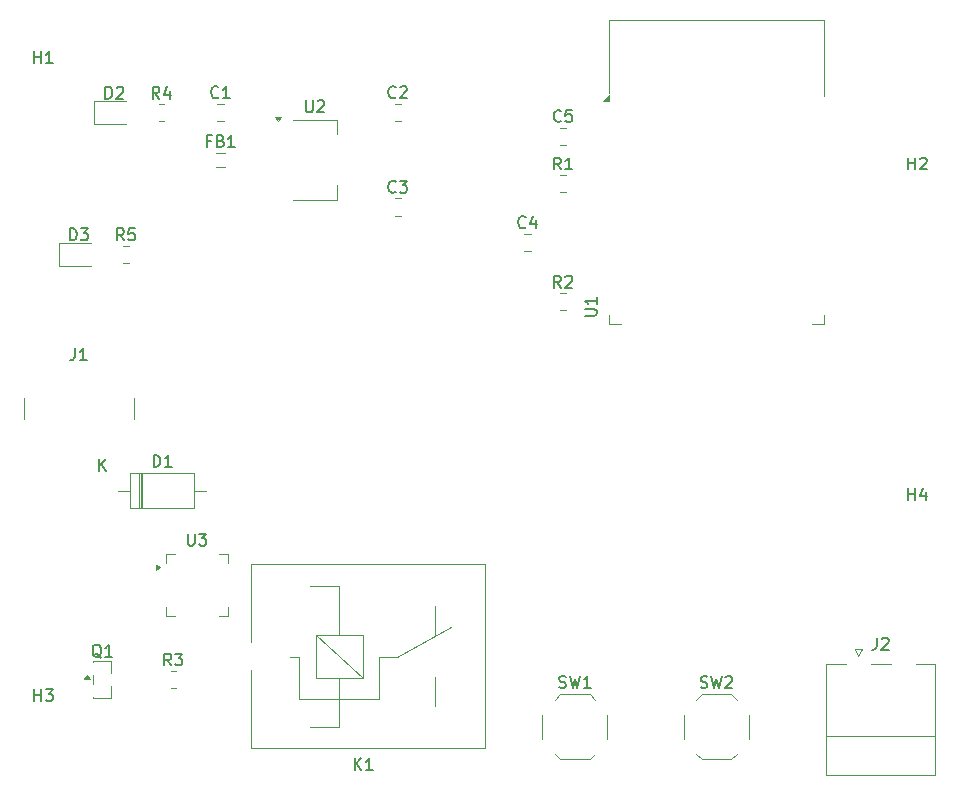
<source format=gto>
%TF.GenerationSoftware,KiCad,Pcbnew,9.0.7*%
%TF.CreationDate,2026-02-12T17:34:39-06:00*%
%TF.ProjectId,ESP32_Simple_IoT,45535033-325f-4536-996d-706c655f496f,rev?*%
%TF.SameCoordinates,Original*%
%TF.FileFunction,Legend,Top*%
%TF.FilePolarity,Positive*%
%FSLAX46Y46*%
G04 Gerber Fmt 4.6, Leading zero omitted, Abs format (unit mm)*
G04 Created by KiCad (PCBNEW 9.0.7) date 2026-02-12 17:34:39*
%MOMM*%
%LPD*%
G01*
G04 APERTURE LIST*
%ADD10C,0.150000*%
%ADD11C,0.120000*%
G04 APERTURE END LIST*
D10*
X7904761Y-50150057D02*
X7809523Y-50102438D01*
X7809523Y-50102438D02*
X7714285Y-50007200D01*
X7714285Y-50007200D02*
X7571428Y-49864342D01*
X7571428Y-49864342D02*
X7476190Y-49816723D01*
X7476190Y-49816723D02*
X7380952Y-49816723D01*
X7428571Y-50054819D02*
X7333333Y-50007200D01*
X7333333Y-50007200D02*
X7238095Y-49911961D01*
X7238095Y-49911961D02*
X7190476Y-49721485D01*
X7190476Y-49721485D02*
X7190476Y-49388152D01*
X7190476Y-49388152D02*
X7238095Y-49197676D01*
X7238095Y-49197676D02*
X7333333Y-49102438D01*
X7333333Y-49102438D02*
X7428571Y-49054819D01*
X7428571Y-49054819D02*
X7619047Y-49054819D01*
X7619047Y-49054819D02*
X7714285Y-49102438D01*
X7714285Y-49102438D02*
X7809523Y-49197676D01*
X7809523Y-49197676D02*
X7857142Y-49388152D01*
X7857142Y-49388152D02*
X7857142Y-49721485D01*
X7857142Y-49721485D02*
X7809523Y-49911961D01*
X7809523Y-49911961D02*
X7714285Y-50007200D01*
X7714285Y-50007200D02*
X7619047Y-50054819D01*
X7619047Y-50054819D02*
X7428571Y-50054819D01*
X8809523Y-50054819D02*
X8238095Y-50054819D01*
X8523809Y-50054819D02*
X8523809Y-49054819D01*
X8523809Y-49054819D02*
X8428571Y-49197676D01*
X8428571Y-49197676D02*
X8333333Y-49292914D01*
X8333333Y-49292914D02*
X8238095Y-49340533D01*
X15238095Y-39654819D02*
X15238095Y-40464342D01*
X15238095Y-40464342D02*
X15285714Y-40559580D01*
X15285714Y-40559580D02*
X15333333Y-40607200D01*
X15333333Y-40607200D02*
X15428571Y-40654819D01*
X15428571Y-40654819D02*
X15619047Y-40654819D01*
X15619047Y-40654819D02*
X15714285Y-40607200D01*
X15714285Y-40607200D02*
X15761904Y-40559580D01*
X15761904Y-40559580D02*
X15809523Y-40464342D01*
X15809523Y-40464342D02*
X15809523Y-39654819D01*
X16190476Y-39654819D02*
X16809523Y-39654819D01*
X16809523Y-39654819D02*
X16476190Y-40035771D01*
X16476190Y-40035771D02*
X16619047Y-40035771D01*
X16619047Y-40035771D02*
X16714285Y-40083390D01*
X16714285Y-40083390D02*
X16761904Y-40131009D01*
X16761904Y-40131009D02*
X16809523Y-40226247D01*
X16809523Y-40226247D02*
X16809523Y-40464342D01*
X16809523Y-40464342D02*
X16761904Y-40559580D01*
X16761904Y-40559580D02*
X16714285Y-40607200D01*
X16714285Y-40607200D02*
X16619047Y-40654819D01*
X16619047Y-40654819D02*
X16333333Y-40654819D01*
X16333333Y-40654819D02*
X16238095Y-40607200D01*
X16238095Y-40607200D02*
X16190476Y-40559580D01*
X17166666Y-6381009D02*
X16833333Y-6381009D01*
X16833333Y-6904819D02*
X16833333Y-5904819D01*
X16833333Y-5904819D02*
X17309523Y-5904819D01*
X18023809Y-6381009D02*
X18166666Y-6428628D01*
X18166666Y-6428628D02*
X18214285Y-6476247D01*
X18214285Y-6476247D02*
X18261904Y-6571485D01*
X18261904Y-6571485D02*
X18261904Y-6714342D01*
X18261904Y-6714342D02*
X18214285Y-6809580D01*
X18214285Y-6809580D02*
X18166666Y-6857200D01*
X18166666Y-6857200D02*
X18071428Y-6904819D01*
X18071428Y-6904819D02*
X17690476Y-6904819D01*
X17690476Y-6904819D02*
X17690476Y-5904819D01*
X17690476Y-5904819D02*
X18023809Y-5904819D01*
X18023809Y-5904819D02*
X18119047Y-5952438D01*
X18119047Y-5952438D02*
X18166666Y-6000057D01*
X18166666Y-6000057D02*
X18214285Y-6095295D01*
X18214285Y-6095295D02*
X18214285Y-6190533D01*
X18214285Y-6190533D02*
X18166666Y-6285771D01*
X18166666Y-6285771D02*
X18119047Y-6333390D01*
X18119047Y-6333390D02*
X18023809Y-6381009D01*
X18023809Y-6381009D02*
X17690476Y-6381009D01*
X19214285Y-6904819D02*
X18642857Y-6904819D01*
X18928571Y-6904819D02*
X18928571Y-5904819D01*
X18928571Y-5904819D02*
X18833333Y-6047676D01*
X18833333Y-6047676D02*
X18738095Y-6142914D01*
X18738095Y-6142914D02*
X18642857Y-6190533D01*
X32833333Y-10679580D02*
X32785714Y-10727200D01*
X32785714Y-10727200D02*
X32642857Y-10774819D01*
X32642857Y-10774819D02*
X32547619Y-10774819D01*
X32547619Y-10774819D02*
X32404762Y-10727200D01*
X32404762Y-10727200D02*
X32309524Y-10631961D01*
X32309524Y-10631961D02*
X32261905Y-10536723D01*
X32261905Y-10536723D02*
X32214286Y-10346247D01*
X32214286Y-10346247D02*
X32214286Y-10203390D01*
X32214286Y-10203390D02*
X32261905Y-10012914D01*
X32261905Y-10012914D02*
X32309524Y-9917676D01*
X32309524Y-9917676D02*
X32404762Y-9822438D01*
X32404762Y-9822438D02*
X32547619Y-9774819D01*
X32547619Y-9774819D02*
X32642857Y-9774819D01*
X32642857Y-9774819D02*
X32785714Y-9822438D01*
X32785714Y-9822438D02*
X32833333Y-9870057D01*
X33166667Y-9774819D02*
X33785714Y-9774819D01*
X33785714Y-9774819D02*
X33452381Y-10155771D01*
X33452381Y-10155771D02*
X33595238Y-10155771D01*
X33595238Y-10155771D02*
X33690476Y-10203390D01*
X33690476Y-10203390D02*
X33738095Y-10251009D01*
X33738095Y-10251009D02*
X33785714Y-10346247D01*
X33785714Y-10346247D02*
X33785714Y-10584342D01*
X33785714Y-10584342D02*
X33738095Y-10679580D01*
X33738095Y-10679580D02*
X33690476Y-10727200D01*
X33690476Y-10727200D02*
X33595238Y-10774819D01*
X33595238Y-10774819D02*
X33309524Y-10774819D01*
X33309524Y-10774819D02*
X33214286Y-10727200D01*
X33214286Y-10727200D02*
X33166667Y-10679580D01*
X46833333Y-8804819D02*
X46500000Y-8328628D01*
X46261905Y-8804819D02*
X46261905Y-7804819D01*
X46261905Y-7804819D02*
X46642857Y-7804819D01*
X46642857Y-7804819D02*
X46738095Y-7852438D01*
X46738095Y-7852438D02*
X46785714Y-7900057D01*
X46785714Y-7900057D02*
X46833333Y-7995295D01*
X46833333Y-7995295D02*
X46833333Y-8138152D01*
X46833333Y-8138152D02*
X46785714Y-8233390D01*
X46785714Y-8233390D02*
X46738095Y-8281009D01*
X46738095Y-8281009D02*
X46642857Y-8328628D01*
X46642857Y-8328628D02*
X46261905Y-8328628D01*
X47785714Y-8804819D02*
X47214286Y-8804819D01*
X47500000Y-8804819D02*
X47500000Y-7804819D01*
X47500000Y-7804819D02*
X47404762Y-7947676D01*
X47404762Y-7947676D02*
X47309524Y-8042914D01*
X47309524Y-8042914D02*
X47214286Y-8090533D01*
X76238095Y-8804819D02*
X76238095Y-7804819D01*
X76238095Y-8281009D02*
X76809523Y-8281009D01*
X76809523Y-8804819D02*
X76809523Y-7804819D01*
X77238095Y-7900057D02*
X77285714Y-7852438D01*
X77285714Y-7852438D02*
X77380952Y-7804819D01*
X77380952Y-7804819D02*
X77619047Y-7804819D01*
X77619047Y-7804819D02*
X77714285Y-7852438D01*
X77714285Y-7852438D02*
X77761904Y-7900057D01*
X77761904Y-7900057D02*
X77809523Y-7995295D01*
X77809523Y-7995295D02*
X77809523Y-8090533D01*
X77809523Y-8090533D02*
X77761904Y-8233390D01*
X77761904Y-8233390D02*
X77190476Y-8804819D01*
X77190476Y-8804819D02*
X77809523Y-8804819D01*
X46833333Y-4679580D02*
X46785714Y-4727200D01*
X46785714Y-4727200D02*
X46642857Y-4774819D01*
X46642857Y-4774819D02*
X46547619Y-4774819D01*
X46547619Y-4774819D02*
X46404762Y-4727200D01*
X46404762Y-4727200D02*
X46309524Y-4631961D01*
X46309524Y-4631961D02*
X46261905Y-4536723D01*
X46261905Y-4536723D02*
X46214286Y-4346247D01*
X46214286Y-4346247D02*
X46214286Y-4203390D01*
X46214286Y-4203390D02*
X46261905Y-4012914D01*
X46261905Y-4012914D02*
X46309524Y-3917676D01*
X46309524Y-3917676D02*
X46404762Y-3822438D01*
X46404762Y-3822438D02*
X46547619Y-3774819D01*
X46547619Y-3774819D02*
X46642857Y-3774819D01*
X46642857Y-3774819D02*
X46785714Y-3822438D01*
X46785714Y-3822438D02*
X46833333Y-3870057D01*
X47738095Y-3774819D02*
X47261905Y-3774819D01*
X47261905Y-3774819D02*
X47214286Y-4251009D01*
X47214286Y-4251009D02*
X47261905Y-4203390D01*
X47261905Y-4203390D02*
X47357143Y-4155771D01*
X47357143Y-4155771D02*
X47595238Y-4155771D01*
X47595238Y-4155771D02*
X47690476Y-4203390D01*
X47690476Y-4203390D02*
X47738095Y-4251009D01*
X47738095Y-4251009D02*
X47785714Y-4346247D01*
X47785714Y-4346247D02*
X47785714Y-4584342D01*
X47785714Y-4584342D02*
X47738095Y-4679580D01*
X47738095Y-4679580D02*
X47690476Y-4727200D01*
X47690476Y-4727200D02*
X47595238Y-4774819D01*
X47595238Y-4774819D02*
X47357143Y-4774819D01*
X47357143Y-4774819D02*
X47261905Y-4727200D01*
X47261905Y-4727200D02*
X47214286Y-4679580D01*
X43833333Y-13679580D02*
X43785714Y-13727200D01*
X43785714Y-13727200D02*
X43642857Y-13774819D01*
X43642857Y-13774819D02*
X43547619Y-13774819D01*
X43547619Y-13774819D02*
X43404762Y-13727200D01*
X43404762Y-13727200D02*
X43309524Y-13631961D01*
X43309524Y-13631961D02*
X43261905Y-13536723D01*
X43261905Y-13536723D02*
X43214286Y-13346247D01*
X43214286Y-13346247D02*
X43214286Y-13203390D01*
X43214286Y-13203390D02*
X43261905Y-13012914D01*
X43261905Y-13012914D02*
X43309524Y-12917676D01*
X43309524Y-12917676D02*
X43404762Y-12822438D01*
X43404762Y-12822438D02*
X43547619Y-12774819D01*
X43547619Y-12774819D02*
X43642857Y-12774819D01*
X43642857Y-12774819D02*
X43785714Y-12822438D01*
X43785714Y-12822438D02*
X43833333Y-12870057D01*
X44690476Y-13108152D02*
X44690476Y-13774819D01*
X44452381Y-12727200D02*
X44214286Y-13441485D01*
X44214286Y-13441485D02*
X44833333Y-13441485D01*
X76238095Y-36804819D02*
X76238095Y-35804819D01*
X76238095Y-36281009D02*
X76809523Y-36281009D01*
X76809523Y-36804819D02*
X76809523Y-35804819D01*
X77714285Y-36138152D02*
X77714285Y-36804819D01*
X77476190Y-35757200D02*
X77238095Y-36471485D01*
X77238095Y-36471485D02*
X77857142Y-36471485D01*
X48844819Y-21191904D02*
X49654342Y-21191904D01*
X49654342Y-21191904D02*
X49749580Y-21144285D01*
X49749580Y-21144285D02*
X49797200Y-21096666D01*
X49797200Y-21096666D02*
X49844819Y-21001428D01*
X49844819Y-21001428D02*
X49844819Y-20810952D01*
X49844819Y-20810952D02*
X49797200Y-20715714D01*
X49797200Y-20715714D02*
X49749580Y-20668095D01*
X49749580Y-20668095D02*
X49654342Y-20620476D01*
X49654342Y-20620476D02*
X48844819Y-20620476D01*
X49844819Y-19620476D02*
X49844819Y-20191904D01*
X49844819Y-19906190D02*
X48844819Y-19906190D01*
X48844819Y-19906190D02*
X48987676Y-20001428D01*
X48987676Y-20001428D02*
X49082914Y-20096666D01*
X49082914Y-20096666D02*
X49130533Y-20191904D01*
X29361905Y-59654819D02*
X29361905Y-58654819D01*
X29933333Y-59654819D02*
X29504762Y-59083390D01*
X29933333Y-58654819D02*
X29361905Y-59226247D01*
X30885714Y-59654819D02*
X30314286Y-59654819D01*
X30600000Y-59654819D02*
X30600000Y-58654819D01*
X30600000Y-58654819D02*
X30504762Y-58797676D01*
X30504762Y-58797676D02*
X30409524Y-58892914D01*
X30409524Y-58892914D02*
X30314286Y-58940533D01*
X13833333Y-50804819D02*
X13500000Y-50328628D01*
X13261905Y-50804819D02*
X13261905Y-49804819D01*
X13261905Y-49804819D02*
X13642857Y-49804819D01*
X13642857Y-49804819D02*
X13738095Y-49852438D01*
X13738095Y-49852438D02*
X13785714Y-49900057D01*
X13785714Y-49900057D02*
X13833333Y-49995295D01*
X13833333Y-49995295D02*
X13833333Y-50138152D01*
X13833333Y-50138152D02*
X13785714Y-50233390D01*
X13785714Y-50233390D02*
X13738095Y-50281009D01*
X13738095Y-50281009D02*
X13642857Y-50328628D01*
X13642857Y-50328628D02*
X13261905Y-50328628D01*
X14166667Y-49804819D02*
X14785714Y-49804819D01*
X14785714Y-49804819D02*
X14452381Y-50185771D01*
X14452381Y-50185771D02*
X14595238Y-50185771D01*
X14595238Y-50185771D02*
X14690476Y-50233390D01*
X14690476Y-50233390D02*
X14738095Y-50281009D01*
X14738095Y-50281009D02*
X14785714Y-50376247D01*
X14785714Y-50376247D02*
X14785714Y-50614342D01*
X14785714Y-50614342D02*
X14738095Y-50709580D01*
X14738095Y-50709580D02*
X14690476Y-50757200D01*
X14690476Y-50757200D02*
X14595238Y-50804819D01*
X14595238Y-50804819D02*
X14309524Y-50804819D01*
X14309524Y-50804819D02*
X14214286Y-50757200D01*
X14214286Y-50757200D02*
X14166667Y-50709580D01*
X12341905Y-33984819D02*
X12341905Y-32984819D01*
X12341905Y-32984819D02*
X12580000Y-32984819D01*
X12580000Y-32984819D02*
X12722857Y-33032438D01*
X12722857Y-33032438D02*
X12818095Y-33127676D01*
X12818095Y-33127676D02*
X12865714Y-33222914D01*
X12865714Y-33222914D02*
X12913333Y-33413390D01*
X12913333Y-33413390D02*
X12913333Y-33556247D01*
X12913333Y-33556247D02*
X12865714Y-33746723D01*
X12865714Y-33746723D02*
X12818095Y-33841961D01*
X12818095Y-33841961D02*
X12722857Y-33937200D01*
X12722857Y-33937200D02*
X12580000Y-33984819D01*
X12580000Y-33984819D02*
X12341905Y-33984819D01*
X13865714Y-33984819D02*
X13294286Y-33984819D01*
X13580000Y-33984819D02*
X13580000Y-32984819D01*
X13580000Y-32984819D02*
X13484762Y-33127676D01*
X13484762Y-33127676D02*
X13389524Y-33222914D01*
X13389524Y-33222914D02*
X13294286Y-33270533D01*
X7738095Y-34354819D02*
X7738095Y-33354819D01*
X8309523Y-34354819D02*
X7880952Y-33783390D01*
X8309523Y-33354819D02*
X7738095Y-33926247D01*
X8261905Y-2804819D02*
X8261905Y-1804819D01*
X8261905Y-1804819D02*
X8500000Y-1804819D01*
X8500000Y-1804819D02*
X8642857Y-1852438D01*
X8642857Y-1852438D02*
X8738095Y-1947676D01*
X8738095Y-1947676D02*
X8785714Y-2042914D01*
X8785714Y-2042914D02*
X8833333Y-2233390D01*
X8833333Y-2233390D02*
X8833333Y-2376247D01*
X8833333Y-2376247D02*
X8785714Y-2566723D01*
X8785714Y-2566723D02*
X8738095Y-2661961D01*
X8738095Y-2661961D02*
X8642857Y-2757200D01*
X8642857Y-2757200D02*
X8500000Y-2804819D01*
X8500000Y-2804819D02*
X8261905Y-2804819D01*
X9214286Y-1900057D02*
X9261905Y-1852438D01*
X9261905Y-1852438D02*
X9357143Y-1804819D01*
X9357143Y-1804819D02*
X9595238Y-1804819D01*
X9595238Y-1804819D02*
X9690476Y-1852438D01*
X9690476Y-1852438D02*
X9738095Y-1900057D01*
X9738095Y-1900057D02*
X9785714Y-1995295D01*
X9785714Y-1995295D02*
X9785714Y-2090533D01*
X9785714Y-2090533D02*
X9738095Y-2233390D01*
X9738095Y-2233390D02*
X9166667Y-2804819D01*
X9166667Y-2804819D02*
X9785714Y-2804819D01*
X73566666Y-48454819D02*
X73566666Y-49169104D01*
X73566666Y-49169104D02*
X73519047Y-49311961D01*
X73519047Y-49311961D02*
X73423809Y-49407200D01*
X73423809Y-49407200D02*
X73280952Y-49454819D01*
X73280952Y-49454819D02*
X73185714Y-49454819D01*
X73995238Y-48550057D02*
X74042857Y-48502438D01*
X74042857Y-48502438D02*
X74138095Y-48454819D01*
X74138095Y-48454819D02*
X74376190Y-48454819D01*
X74376190Y-48454819D02*
X74471428Y-48502438D01*
X74471428Y-48502438D02*
X74519047Y-48550057D01*
X74519047Y-48550057D02*
X74566666Y-48645295D01*
X74566666Y-48645295D02*
X74566666Y-48740533D01*
X74566666Y-48740533D02*
X74519047Y-48883390D01*
X74519047Y-48883390D02*
X73947619Y-49454819D01*
X73947619Y-49454819D02*
X74566666Y-49454819D01*
X5261905Y-14804819D02*
X5261905Y-13804819D01*
X5261905Y-13804819D02*
X5500000Y-13804819D01*
X5500000Y-13804819D02*
X5642857Y-13852438D01*
X5642857Y-13852438D02*
X5738095Y-13947676D01*
X5738095Y-13947676D02*
X5785714Y-14042914D01*
X5785714Y-14042914D02*
X5833333Y-14233390D01*
X5833333Y-14233390D02*
X5833333Y-14376247D01*
X5833333Y-14376247D02*
X5785714Y-14566723D01*
X5785714Y-14566723D02*
X5738095Y-14661961D01*
X5738095Y-14661961D02*
X5642857Y-14757200D01*
X5642857Y-14757200D02*
X5500000Y-14804819D01*
X5500000Y-14804819D02*
X5261905Y-14804819D01*
X6166667Y-13804819D02*
X6785714Y-13804819D01*
X6785714Y-13804819D02*
X6452381Y-14185771D01*
X6452381Y-14185771D02*
X6595238Y-14185771D01*
X6595238Y-14185771D02*
X6690476Y-14233390D01*
X6690476Y-14233390D02*
X6738095Y-14281009D01*
X6738095Y-14281009D02*
X6785714Y-14376247D01*
X6785714Y-14376247D02*
X6785714Y-14614342D01*
X6785714Y-14614342D02*
X6738095Y-14709580D01*
X6738095Y-14709580D02*
X6690476Y-14757200D01*
X6690476Y-14757200D02*
X6595238Y-14804819D01*
X6595238Y-14804819D02*
X6309524Y-14804819D01*
X6309524Y-14804819D02*
X6214286Y-14757200D01*
X6214286Y-14757200D02*
X6166667Y-14709580D01*
X17833333Y-2679580D02*
X17785714Y-2727200D01*
X17785714Y-2727200D02*
X17642857Y-2774819D01*
X17642857Y-2774819D02*
X17547619Y-2774819D01*
X17547619Y-2774819D02*
X17404762Y-2727200D01*
X17404762Y-2727200D02*
X17309524Y-2631961D01*
X17309524Y-2631961D02*
X17261905Y-2536723D01*
X17261905Y-2536723D02*
X17214286Y-2346247D01*
X17214286Y-2346247D02*
X17214286Y-2203390D01*
X17214286Y-2203390D02*
X17261905Y-2012914D01*
X17261905Y-2012914D02*
X17309524Y-1917676D01*
X17309524Y-1917676D02*
X17404762Y-1822438D01*
X17404762Y-1822438D02*
X17547619Y-1774819D01*
X17547619Y-1774819D02*
X17642857Y-1774819D01*
X17642857Y-1774819D02*
X17785714Y-1822438D01*
X17785714Y-1822438D02*
X17833333Y-1870057D01*
X18785714Y-2774819D02*
X18214286Y-2774819D01*
X18500000Y-2774819D02*
X18500000Y-1774819D01*
X18500000Y-1774819D02*
X18404762Y-1917676D01*
X18404762Y-1917676D02*
X18309524Y-2012914D01*
X18309524Y-2012914D02*
X18214286Y-2060533D01*
X46666667Y-52657200D02*
X46809524Y-52704819D01*
X46809524Y-52704819D02*
X47047619Y-52704819D01*
X47047619Y-52704819D02*
X47142857Y-52657200D01*
X47142857Y-52657200D02*
X47190476Y-52609580D01*
X47190476Y-52609580D02*
X47238095Y-52514342D01*
X47238095Y-52514342D02*
X47238095Y-52419104D01*
X47238095Y-52419104D02*
X47190476Y-52323866D01*
X47190476Y-52323866D02*
X47142857Y-52276247D01*
X47142857Y-52276247D02*
X47047619Y-52228628D01*
X47047619Y-52228628D02*
X46857143Y-52181009D01*
X46857143Y-52181009D02*
X46761905Y-52133390D01*
X46761905Y-52133390D02*
X46714286Y-52085771D01*
X46714286Y-52085771D02*
X46666667Y-51990533D01*
X46666667Y-51990533D02*
X46666667Y-51895295D01*
X46666667Y-51895295D02*
X46714286Y-51800057D01*
X46714286Y-51800057D02*
X46761905Y-51752438D01*
X46761905Y-51752438D02*
X46857143Y-51704819D01*
X46857143Y-51704819D02*
X47095238Y-51704819D01*
X47095238Y-51704819D02*
X47238095Y-51752438D01*
X47571429Y-51704819D02*
X47809524Y-52704819D01*
X47809524Y-52704819D02*
X48000000Y-51990533D01*
X48000000Y-51990533D02*
X48190476Y-52704819D01*
X48190476Y-52704819D02*
X48428572Y-51704819D01*
X49333333Y-52704819D02*
X48761905Y-52704819D01*
X49047619Y-52704819D02*
X49047619Y-51704819D01*
X49047619Y-51704819D02*
X48952381Y-51847676D01*
X48952381Y-51847676D02*
X48857143Y-51942914D01*
X48857143Y-51942914D02*
X48761905Y-51990533D01*
X9833333Y-14804819D02*
X9500000Y-14328628D01*
X9261905Y-14804819D02*
X9261905Y-13804819D01*
X9261905Y-13804819D02*
X9642857Y-13804819D01*
X9642857Y-13804819D02*
X9738095Y-13852438D01*
X9738095Y-13852438D02*
X9785714Y-13900057D01*
X9785714Y-13900057D02*
X9833333Y-13995295D01*
X9833333Y-13995295D02*
X9833333Y-14138152D01*
X9833333Y-14138152D02*
X9785714Y-14233390D01*
X9785714Y-14233390D02*
X9738095Y-14281009D01*
X9738095Y-14281009D02*
X9642857Y-14328628D01*
X9642857Y-14328628D02*
X9261905Y-14328628D01*
X10738095Y-13804819D02*
X10261905Y-13804819D01*
X10261905Y-13804819D02*
X10214286Y-14281009D01*
X10214286Y-14281009D02*
X10261905Y-14233390D01*
X10261905Y-14233390D02*
X10357143Y-14185771D01*
X10357143Y-14185771D02*
X10595238Y-14185771D01*
X10595238Y-14185771D02*
X10690476Y-14233390D01*
X10690476Y-14233390D02*
X10738095Y-14281009D01*
X10738095Y-14281009D02*
X10785714Y-14376247D01*
X10785714Y-14376247D02*
X10785714Y-14614342D01*
X10785714Y-14614342D02*
X10738095Y-14709580D01*
X10738095Y-14709580D02*
X10690476Y-14757200D01*
X10690476Y-14757200D02*
X10595238Y-14804819D01*
X10595238Y-14804819D02*
X10357143Y-14804819D01*
X10357143Y-14804819D02*
X10261905Y-14757200D01*
X10261905Y-14757200D02*
X10214286Y-14709580D01*
X46833333Y-18804819D02*
X46500000Y-18328628D01*
X46261905Y-18804819D02*
X46261905Y-17804819D01*
X46261905Y-17804819D02*
X46642857Y-17804819D01*
X46642857Y-17804819D02*
X46738095Y-17852438D01*
X46738095Y-17852438D02*
X46785714Y-17900057D01*
X46785714Y-17900057D02*
X46833333Y-17995295D01*
X46833333Y-17995295D02*
X46833333Y-18138152D01*
X46833333Y-18138152D02*
X46785714Y-18233390D01*
X46785714Y-18233390D02*
X46738095Y-18281009D01*
X46738095Y-18281009D02*
X46642857Y-18328628D01*
X46642857Y-18328628D02*
X46261905Y-18328628D01*
X47214286Y-17900057D02*
X47261905Y-17852438D01*
X47261905Y-17852438D02*
X47357143Y-17804819D01*
X47357143Y-17804819D02*
X47595238Y-17804819D01*
X47595238Y-17804819D02*
X47690476Y-17852438D01*
X47690476Y-17852438D02*
X47738095Y-17900057D01*
X47738095Y-17900057D02*
X47785714Y-17995295D01*
X47785714Y-17995295D02*
X47785714Y-18090533D01*
X47785714Y-18090533D02*
X47738095Y-18233390D01*
X47738095Y-18233390D02*
X47166667Y-18804819D01*
X47166667Y-18804819D02*
X47785714Y-18804819D01*
X5666666Y-23954819D02*
X5666666Y-24669104D01*
X5666666Y-24669104D02*
X5619047Y-24811961D01*
X5619047Y-24811961D02*
X5523809Y-24907200D01*
X5523809Y-24907200D02*
X5380952Y-24954819D01*
X5380952Y-24954819D02*
X5285714Y-24954819D01*
X6666666Y-24954819D02*
X6095238Y-24954819D01*
X6380952Y-24954819D02*
X6380952Y-23954819D01*
X6380952Y-23954819D02*
X6285714Y-24097676D01*
X6285714Y-24097676D02*
X6190476Y-24192914D01*
X6190476Y-24192914D02*
X6095238Y-24240533D01*
X2238095Y-53804819D02*
X2238095Y-52804819D01*
X2238095Y-53281009D02*
X2809523Y-53281009D01*
X2809523Y-53804819D02*
X2809523Y-52804819D01*
X3190476Y-52804819D02*
X3809523Y-52804819D01*
X3809523Y-52804819D02*
X3476190Y-53185771D01*
X3476190Y-53185771D02*
X3619047Y-53185771D01*
X3619047Y-53185771D02*
X3714285Y-53233390D01*
X3714285Y-53233390D02*
X3761904Y-53281009D01*
X3761904Y-53281009D02*
X3809523Y-53376247D01*
X3809523Y-53376247D02*
X3809523Y-53614342D01*
X3809523Y-53614342D02*
X3761904Y-53709580D01*
X3761904Y-53709580D02*
X3714285Y-53757200D01*
X3714285Y-53757200D02*
X3619047Y-53804819D01*
X3619047Y-53804819D02*
X3333333Y-53804819D01*
X3333333Y-53804819D02*
X3238095Y-53757200D01*
X3238095Y-53757200D02*
X3190476Y-53709580D01*
X2238095Y195180D02*
X2238095Y1195180D01*
X2238095Y718990D02*
X2809523Y718990D01*
X2809523Y195180D02*
X2809523Y1195180D01*
X3809523Y195180D02*
X3238095Y195180D01*
X3523809Y195180D02*
X3523809Y1195180D01*
X3523809Y1195180D02*
X3428571Y1052323D01*
X3428571Y1052323D02*
X3333333Y957085D01*
X3333333Y957085D02*
X3238095Y909466D01*
X25238095Y-2954819D02*
X25238095Y-3764342D01*
X25238095Y-3764342D02*
X25285714Y-3859580D01*
X25285714Y-3859580D02*
X25333333Y-3907200D01*
X25333333Y-3907200D02*
X25428571Y-3954819D01*
X25428571Y-3954819D02*
X25619047Y-3954819D01*
X25619047Y-3954819D02*
X25714285Y-3907200D01*
X25714285Y-3907200D02*
X25761904Y-3859580D01*
X25761904Y-3859580D02*
X25809523Y-3764342D01*
X25809523Y-3764342D02*
X25809523Y-2954819D01*
X26238095Y-3050057D02*
X26285714Y-3002438D01*
X26285714Y-3002438D02*
X26380952Y-2954819D01*
X26380952Y-2954819D02*
X26619047Y-2954819D01*
X26619047Y-2954819D02*
X26714285Y-3002438D01*
X26714285Y-3002438D02*
X26761904Y-3050057D01*
X26761904Y-3050057D02*
X26809523Y-3145295D01*
X26809523Y-3145295D02*
X26809523Y-3240533D01*
X26809523Y-3240533D02*
X26761904Y-3383390D01*
X26761904Y-3383390D02*
X26190476Y-3954819D01*
X26190476Y-3954819D02*
X26809523Y-3954819D01*
X58666667Y-52657200D02*
X58809524Y-52704819D01*
X58809524Y-52704819D02*
X59047619Y-52704819D01*
X59047619Y-52704819D02*
X59142857Y-52657200D01*
X59142857Y-52657200D02*
X59190476Y-52609580D01*
X59190476Y-52609580D02*
X59238095Y-52514342D01*
X59238095Y-52514342D02*
X59238095Y-52419104D01*
X59238095Y-52419104D02*
X59190476Y-52323866D01*
X59190476Y-52323866D02*
X59142857Y-52276247D01*
X59142857Y-52276247D02*
X59047619Y-52228628D01*
X59047619Y-52228628D02*
X58857143Y-52181009D01*
X58857143Y-52181009D02*
X58761905Y-52133390D01*
X58761905Y-52133390D02*
X58714286Y-52085771D01*
X58714286Y-52085771D02*
X58666667Y-51990533D01*
X58666667Y-51990533D02*
X58666667Y-51895295D01*
X58666667Y-51895295D02*
X58714286Y-51800057D01*
X58714286Y-51800057D02*
X58761905Y-51752438D01*
X58761905Y-51752438D02*
X58857143Y-51704819D01*
X58857143Y-51704819D02*
X59095238Y-51704819D01*
X59095238Y-51704819D02*
X59238095Y-51752438D01*
X59571429Y-51704819D02*
X59809524Y-52704819D01*
X59809524Y-52704819D02*
X60000000Y-51990533D01*
X60000000Y-51990533D02*
X60190476Y-52704819D01*
X60190476Y-52704819D02*
X60428572Y-51704819D01*
X60761905Y-51800057D02*
X60809524Y-51752438D01*
X60809524Y-51752438D02*
X60904762Y-51704819D01*
X60904762Y-51704819D02*
X61142857Y-51704819D01*
X61142857Y-51704819D02*
X61238095Y-51752438D01*
X61238095Y-51752438D02*
X61285714Y-51800057D01*
X61285714Y-51800057D02*
X61333333Y-51895295D01*
X61333333Y-51895295D02*
X61333333Y-51990533D01*
X61333333Y-51990533D02*
X61285714Y-52133390D01*
X61285714Y-52133390D02*
X60714286Y-52704819D01*
X60714286Y-52704819D02*
X61333333Y-52704819D01*
X12833333Y-2804819D02*
X12500000Y-2328628D01*
X12261905Y-2804819D02*
X12261905Y-1804819D01*
X12261905Y-1804819D02*
X12642857Y-1804819D01*
X12642857Y-1804819D02*
X12738095Y-1852438D01*
X12738095Y-1852438D02*
X12785714Y-1900057D01*
X12785714Y-1900057D02*
X12833333Y-1995295D01*
X12833333Y-1995295D02*
X12833333Y-2138152D01*
X12833333Y-2138152D02*
X12785714Y-2233390D01*
X12785714Y-2233390D02*
X12738095Y-2281009D01*
X12738095Y-2281009D02*
X12642857Y-2328628D01*
X12642857Y-2328628D02*
X12261905Y-2328628D01*
X13690476Y-2138152D02*
X13690476Y-2804819D01*
X13452381Y-1757200D02*
X13214286Y-2471485D01*
X13214286Y-2471485D02*
X13833333Y-2471485D01*
X32833333Y-2679580D02*
X32785714Y-2727200D01*
X32785714Y-2727200D02*
X32642857Y-2774819D01*
X32642857Y-2774819D02*
X32547619Y-2774819D01*
X32547619Y-2774819D02*
X32404762Y-2727200D01*
X32404762Y-2727200D02*
X32309524Y-2631961D01*
X32309524Y-2631961D02*
X32261905Y-2536723D01*
X32261905Y-2536723D02*
X32214286Y-2346247D01*
X32214286Y-2346247D02*
X32214286Y-2203390D01*
X32214286Y-2203390D02*
X32261905Y-2012914D01*
X32261905Y-2012914D02*
X32309524Y-1917676D01*
X32309524Y-1917676D02*
X32404762Y-1822438D01*
X32404762Y-1822438D02*
X32547619Y-1774819D01*
X32547619Y-1774819D02*
X32642857Y-1774819D01*
X32642857Y-1774819D02*
X32785714Y-1822438D01*
X32785714Y-1822438D02*
X32833333Y-1870057D01*
X33214286Y-1870057D02*
X33261905Y-1822438D01*
X33261905Y-1822438D02*
X33357143Y-1774819D01*
X33357143Y-1774819D02*
X33595238Y-1774819D01*
X33595238Y-1774819D02*
X33690476Y-1822438D01*
X33690476Y-1822438D02*
X33738095Y-1870057D01*
X33738095Y-1870057D02*
X33785714Y-1965295D01*
X33785714Y-1965295D02*
X33785714Y-2060533D01*
X33785714Y-2060533D02*
X33738095Y-2203390D01*
X33738095Y-2203390D02*
X33166667Y-2774819D01*
X33166667Y-2774819D02*
X33785714Y-2774819D01*
D11*
%TO.C,Q1*%
X7240000Y-50440000D02*
X8760000Y-50440000D01*
X7240000Y-50490000D02*
X7240000Y-50440000D01*
X7240000Y-52390000D02*
X7240000Y-51610000D01*
X7240000Y-53560000D02*
X7240000Y-53510000D01*
X8760000Y-50440000D02*
X8760000Y-51440000D01*
X8760000Y-52560000D02*
X8760000Y-53560000D01*
X8760000Y-53560000D02*
X7240000Y-53560000D01*
X6940000Y-51950000D02*
X6460000Y-51950000D01*
X6700000Y-51620000D01*
X6940000Y-51950000D01*
G36*
X6940000Y-51950000D02*
G01*
X6460000Y-51950000D01*
X6700000Y-51620000D01*
X6940000Y-51950000D01*
G37*
%TO.C,U3*%
X13390000Y-41390000D02*
X14115000Y-41390000D01*
X13390000Y-42115000D02*
X13390000Y-41390000D01*
X13390000Y-46610000D02*
X13390000Y-45885000D01*
X14115000Y-46610000D02*
X13390000Y-46610000D01*
X17885000Y-41390000D02*
X18610000Y-41390000D01*
X18610000Y-41390000D02*
X18610000Y-42115000D01*
X18610000Y-45885000D02*
X18610000Y-46610000D01*
X18610000Y-46610000D02*
X17885000Y-46610000D01*
X12890000Y-42500000D02*
X12560000Y-42740000D01*
X12560000Y-42260000D01*
X12890000Y-42500000D01*
G36*
X12890000Y-42500000D02*
G01*
X12560000Y-42740000D01*
X12560000Y-42260000D01*
X12890000Y-42500000D01*
G37*
%TO.C,FB1*%
X17600378Y-7440000D02*
X18399622Y-7440000D01*
X17600378Y-8560000D02*
X18399622Y-8560000D01*
%TO.C,C3*%
X32738748Y-11265000D02*
X33261252Y-11265000D01*
X32738748Y-12735000D02*
X33261252Y-12735000D01*
%TO.C,R1*%
X46772936Y-9265000D02*
X47227064Y-9265000D01*
X46772936Y-10735000D02*
X47227064Y-10735000D01*
%TO.C,C5*%
X46738748Y-5265000D02*
X47261252Y-5265000D01*
X46738748Y-6735000D02*
X47261252Y-6735000D01*
%TO.C,C4*%
X43738748Y-14265000D02*
X44261252Y-14265000D01*
X43738748Y-15735000D02*
X44261252Y-15735000D01*
%TO.C,U1*%
X50880000Y3860000D02*
X50880000Y-2300000D01*
X50880000Y3860000D02*
X69120000Y3860000D01*
X50880000Y-21100000D02*
X50880000Y-21880000D01*
X50880000Y-21880000D02*
X51880000Y-21880000D01*
X69120000Y3860000D02*
X69120000Y-2555000D01*
X69120000Y-21100000D02*
X69120000Y-21880000D01*
X69120000Y-21880000D02*
X68120000Y-21880000D01*
X50875000Y-3025000D02*
X50375000Y-3025000D01*
X50875000Y-2525000D01*
X50875000Y-3025000D01*
G36*
X50875000Y-3025000D02*
G01*
X50375000Y-3025000D01*
X50875000Y-2525000D01*
X50875000Y-3025000D01*
G37*
%TO.C,K1*%
X20600000Y-42200000D02*
X20600000Y-48800000D01*
X20600000Y-42200000D02*
X40400000Y-42200000D01*
X20600000Y-51200000D02*
X20600000Y-57800000D01*
X24650000Y-50050000D02*
X23850000Y-50050000D01*
X24650000Y-50050000D02*
X24650000Y-53650000D01*
X25550000Y-56050000D02*
X28050000Y-56050000D01*
X26050000Y-48250000D02*
X30050000Y-48250000D01*
X26050000Y-51850000D02*
X26050000Y-48250000D01*
X28050000Y-44050000D02*
X25550000Y-44050000D01*
X28050000Y-44050000D02*
X28050000Y-48250000D01*
X28050000Y-51850000D02*
X28050000Y-56050000D01*
X30050000Y-48250000D02*
X30050000Y-51850000D01*
X30050000Y-51850000D02*
X26050000Y-48250000D01*
X30050000Y-51850000D02*
X26050000Y-51850000D01*
X31450000Y-50050000D02*
X31450000Y-53650000D01*
X31450000Y-50050000D02*
X32950000Y-50050000D01*
X31450000Y-53650000D02*
X24650000Y-53650000D01*
X32950000Y-50050000D02*
X37550000Y-47550000D01*
X36150000Y-45800000D02*
X36150000Y-48300000D01*
X36150000Y-54200000D02*
X36150000Y-51750000D01*
X40400000Y-42200000D02*
X40400000Y-57800000D01*
X40400000Y-57800000D02*
X20600000Y-57800000D01*
%TO.C,R3*%
X13772936Y-51265000D02*
X14227064Y-51265000D01*
X13772936Y-52735000D02*
X14227064Y-52735000D01*
%TO.C,D1*%
X9340000Y-36000000D02*
X10360000Y-36000000D01*
X11140000Y-34530000D02*
X11140000Y-37470000D01*
X11260000Y-34530000D02*
X11260000Y-37470000D01*
X11380000Y-34530000D02*
X11380000Y-37470000D01*
X16820000Y-36000000D02*
X15800000Y-36000000D01*
X10360000Y-34530000D02*
X15800000Y-34530000D01*
X15800000Y-37470000D01*
X10360000Y-37470000D01*
X10360000Y-34530000D01*
%TO.C,D2*%
X7315000Y-3040000D02*
X7315000Y-4960000D01*
X7315000Y-4960000D02*
X10000000Y-4960000D01*
X10000000Y-3040000D02*
X7315000Y-3040000D01*
%TO.C,J2*%
X69290000Y-50690000D02*
X69290000Y-60110000D01*
X69290000Y-50690000D02*
X70950000Y-50690000D01*
X69290000Y-56800000D02*
X78520000Y-56800000D01*
X69290000Y-60110000D02*
X78520000Y-60110000D01*
X71700000Y-49400000D02*
X72300000Y-49400000D01*
X72000000Y-50000000D02*
X71700000Y-49400000D01*
X72300000Y-49400000D02*
X72000000Y-50000000D01*
X73050000Y-50690000D02*
X74760000Y-50690000D01*
X78520000Y-50690000D02*
X76860000Y-50690000D01*
X78520000Y-60110000D02*
X78520000Y-50690000D01*
%TO.C,D3*%
X4315000Y-15040000D02*
X4315000Y-16960000D01*
X4315000Y-16960000D02*
X7000000Y-16960000D01*
X7000000Y-15040000D02*
X4315000Y-15040000D01*
%TO.C,C1*%
X17738748Y-3265000D02*
X18261252Y-3265000D01*
X17738748Y-4735000D02*
X18261252Y-4735000D01*
%TO.C,SW1*%
X45250000Y-55000000D02*
X45250000Y-57000000D01*
X46300000Y-53700000D02*
X46750000Y-53250000D01*
X46300000Y-58300000D02*
X46750000Y-58750000D01*
X46750000Y-53250000D02*
X49250000Y-53250000D01*
X46750000Y-58750000D02*
X49250000Y-58750000D01*
X49700000Y-53700000D02*
X49250000Y-53250000D01*
X49700000Y-58300000D02*
X49250000Y-58750000D01*
X50750000Y-55000000D02*
X50750000Y-57000000D01*
%TO.C,R5*%
X9772936Y-15265000D02*
X10227064Y-15265000D01*
X9772936Y-16735000D02*
X10227064Y-16735000D01*
%TO.C,R2*%
X46772936Y-19265000D02*
X47227064Y-19265000D01*
X46772936Y-20735000D02*
X47227064Y-20735000D01*
%TO.C,J1*%
X1330000Y-29900000D02*
X1330000Y-28200000D01*
X10670000Y-29900000D02*
X10670000Y-28200000D01*
%TO.C,U2*%
X24150000Y-4590000D02*
X27910000Y-4590000D01*
X24150000Y-11410000D02*
X27910000Y-11410000D01*
X27910000Y-4590000D02*
X27910000Y-5850000D01*
X27910000Y-11410000D02*
X27910000Y-10150000D01*
X22870000Y-4690000D02*
X22630000Y-4360000D01*
X23110000Y-4360000D01*
X22870000Y-4690000D01*
G36*
X22870000Y-4690000D02*
G01*
X22630000Y-4360000D01*
X23110000Y-4360000D01*
X22870000Y-4690000D01*
G37*
%TO.C,SW2*%
X57250000Y-55000000D02*
X57250000Y-57000000D01*
X58300000Y-53700000D02*
X58750000Y-53250000D01*
X58300000Y-58300000D02*
X58750000Y-58750000D01*
X58750000Y-53250000D02*
X61250000Y-53250000D01*
X58750000Y-58750000D02*
X61250000Y-58750000D01*
X61700000Y-53700000D02*
X61250000Y-53250000D01*
X61700000Y-58300000D02*
X61250000Y-58750000D01*
X62750000Y-55000000D02*
X62750000Y-57000000D01*
%TO.C,R4*%
X12772936Y-3265000D02*
X13227064Y-3265000D01*
X12772936Y-4735000D02*
X13227064Y-4735000D01*
%TO.C,C2*%
X32738748Y-3265000D02*
X33261252Y-3265000D01*
X32738748Y-4735000D02*
X33261252Y-4735000D01*
%TD*%
M02*

</source>
